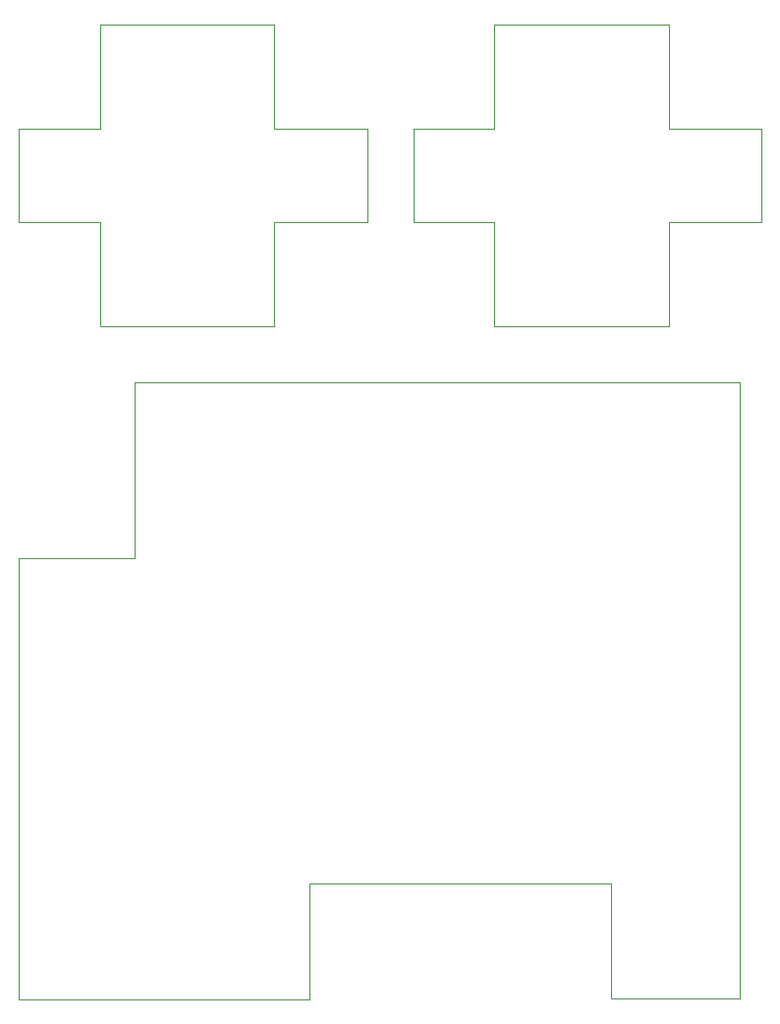
<source format=gbr>
%TF.GenerationSoftware,KiCad,Pcbnew,(5.1.6)-1*%
%TF.CreationDate,2022-12-04T13:23:36-05:00*%
%TF.ProjectId,combined,636f6d62-696e-4656-942e-6b696361645f,rev?*%
%TF.SameCoordinates,Original*%
%TF.FileFunction,Profile,NP*%
%FSLAX46Y46*%
G04 Gerber Fmt 4.6, Leading zero omitted, Abs format (unit mm)*
G04 Created by KiCad (PCBNEW (5.1.6)-1) date 2022-12-04 13:23:36*
%MOMM*%
%LPD*%
G01*
G04 APERTURE LIST*
%TA.AperFunction,Profile*%
%ADD10C,0.050000*%
%TD*%
G04 APERTURE END LIST*
D10*
X62130000Y53150000D02*
X10000000Y53150000D01*
X62130000Y100000D02*
X62130000Y53150000D01*
X51000000Y100000D02*
X62130000Y100000D01*
X51000000Y10000000D02*
X51000000Y100000D01*
X25030000Y10000000D02*
X51000000Y10000000D01*
X25030000Y0D02*
X25030000Y10000000D01*
X0Y0D02*
X25030000Y0D01*
X0Y38000000D02*
X0Y0D01*
X10000000Y38000000D02*
X0Y38000000D01*
X10000000Y53150000D02*
X10000000Y38000000D01*
X56000000Y75000000D02*
X64000000Y75000000D01*
X56000000Y58000000D02*
X41000000Y58000000D01*
X64000000Y75000000D02*
X64000000Y67000000D01*
X41000000Y84000000D02*
X56000000Y84000000D01*
X34000000Y67000000D02*
X34000000Y75000000D01*
X56000000Y67000000D02*
X56000000Y58000000D01*
X56000000Y84000000D02*
X56000000Y75000000D01*
X34000000Y75000000D02*
X41000000Y75000000D01*
X41000000Y75000000D02*
X41000000Y84000000D01*
X64000000Y67000000D02*
X56000000Y67000000D01*
X41000000Y58000000D02*
X41000000Y67000000D01*
X41000000Y67000000D02*
X34000000Y67000000D01*
X22000000Y75000000D02*
X30000000Y75000000D01*
X22000000Y67000000D02*
X22000000Y58000000D01*
X0Y67000000D02*
X0Y75000000D01*
X22000000Y84000000D02*
X22000000Y75000000D01*
X30000000Y75000000D02*
X30000000Y67000000D01*
X7000000Y75000000D02*
X7000000Y84000000D01*
X22000000Y58000000D02*
X7000000Y58000000D01*
X30000000Y67000000D02*
X22000000Y67000000D01*
X7000000Y67000000D02*
X0Y67000000D01*
X0Y75000000D02*
X7000000Y75000000D01*
X7000000Y58000000D02*
X7000000Y67000000D01*
X7000000Y84000000D02*
X22000000Y84000000D01*
M02*

</source>
